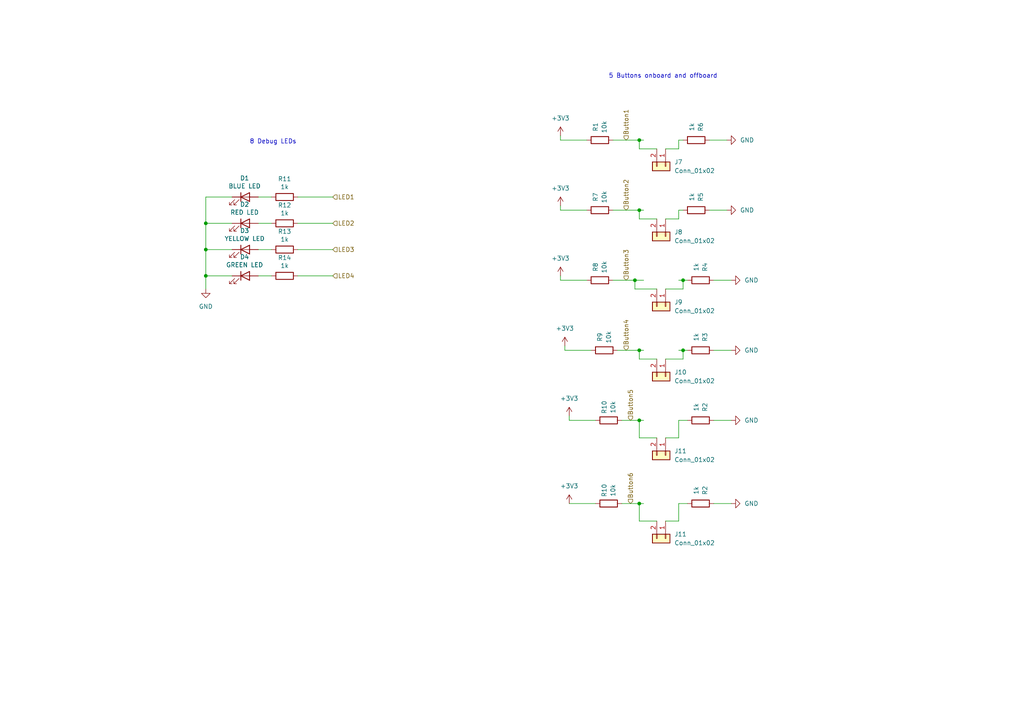
<source format=kicad_sch>
(kicad_sch (version 20230121) (generator eeschema)
  (paper "A4")
  (lib_symbols
    (symbol "Connector_Generic:Conn_01x02" (pin_names (offset 1.016) hide)
      (property "Reference" "J" (at 0 2.54 0))
      (property "Value" "Conn_01x02" (at 0 -5.08 0))
      (symbol "Conn_01x02_1_1"
        (rectangle (start -1.27 -2.413) (end 0 -2.667) (stroke (width 0.1524)))
        (rectangle (start -1.27 0.127) (end 0 -0.127) (stroke (width 0.1524)))
        (rectangle (start -1.27 1.27) (end 1.27 -3.81) (stroke (width 0.254)) (fill (type background)))
        (pin passive line (at -5.08 0 0) (length 3.81) (name "Pin_1") (number "1"))
        (pin passive line (at -5.08 -2.54 0) (length 3.81) (name "Pin_2") (number "2"))
      )
    )
    (symbol "LED_1" (pin_numbers hide) (pin_names (offset 1.016) hide)
      (property "Reference" "D" (at 0 2.54 0))
      (property "Value" "LED_1" (at 0 -2.54 0))
      (symbol "LED_1_0_1"
        (polyline (pts (xy -1.27 -1.27) (xy -1.27 1.27)) (stroke (width 0.254)))
        (polyline (pts (xy -1.27 0) (xy 1.27 0)))
        (polyline (pts (xy 1.27 -1.27) (xy 1.27 1.27) (xy -1.27 0) (xy 1.27 -1.27)) (stroke (width 0.254)))
        (polyline (pts (xy -3.048 -0.762) (xy -4.572 -2.286) (xy -3.81 -2.286) (xy -4.572 -2.286) (xy -4.572 -1.524)))
        (polyline (pts (xy -1.778 -0.762) (xy -3.302 -2.286) (xy -2.54 -2.286) (xy -3.302 -2.286) (xy -3.302 -1.524)))
      )
      (symbol "LED_1_1_1"
        (pin passive line (at -3.81 0 0) (length 2.54) (name "K") (number "1"))
        (pin passive line (at 3.81 0 180) (length 2.54) (name "A") (number "2"))
      )
    )
    (symbol "LED_2" (pin_numbers hide) (pin_names (offset 1.016) hide)
      (property "Reference" "D" (at 0 2.54 0))
      (property "Value" "LED_2" (at 0 -2.54 0))
      (symbol "LED_2_0_1"
        (polyline (pts (xy -1.27 -1.27) (xy -1.27 1.27)) (stroke (width 0.254)))
        (polyline (pts (xy -1.27 0) (xy 1.27 0)))
        (polyline (pts (xy 1.27 -1.27) (xy 1.27 1.27) (xy -1.27 0) (xy 1.27 -1.27)) (stroke (width 0.254)))
        (polyline (pts (xy -3.048 -0.762) (xy -4.572 -2.286) (xy -3.81 -2.286) (xy -4.572 -2.286) (xy -4.572 -1.524)))
        (polyline (pts (xy -1.778 -0.762) (xy -3.302 -2.286) (xy -2.54 -2.286) (xy -3.302 -2.286) (xy -3.302 -1.524)))
      )
      (symbol "LED_2_1_1"
        (pin passive line (at -3.81 0 0) (length 2.54) (name "K") (number "1"))
        (pin passive line (at 3.81 0 180) (length 2.54) (name "A") (number "2"))
      )
    )
    (symbol "LED_3" (pin_numbers hide) (pin_names (offset 1.016) hide)
      (property "Reference" "D" (at 0 2.54 0))
      (property "Value" "LED_3" (at 0 -2.54 0))
      (symbol "LED_3_0_1"
        (polyline (pts (xy -1.27 -1.27) (xy -1.27 1.27)) (stroke (width 0.254)))
        (polyline (pts (xy -1.27 0) (xy 1.27 0)))
        (polyline (pts (xy 1.27 -1.27) (xy 1.27 1.27) (xy -1.27 0) (xy 1.27 -1.27)) (stroke (width 0.254)))
        (polyline (pts (xy -3.048 -0.762) (xy -4.572 -2.286) (xy -3.81 -2.286) (xy -4.572 -2.286) (xy -4.572 -1.524)))
        (polyline (pts (xy -1.778 -0.762) (xy -3.302 -2.286) (xy -2.54 -2.286) (xy -3.302 -2.286) (xy -3.302 -1.524)))
      )
      (symbol "LED_3_1_1"
        (pin passive line (at -3.81 0 0) (length 2.54) (name "K") (number "1"))
        (pin passive line (at 3.81 0 180) (length 2.54) (name "A") (number "2"))
      )
    )
    (symbol "device:LED" (pin_numbers hide) (pin_names (offset 1.016) hide)
      (property "Reference" "D" (at 0 2.54 0))
      (property "Value" "LED" (at 0 -2.54 0))
      (symbol "LED_0_1"
        (polyline (pts (xy -1.27 -1.27) (xy -1.27 1.27)) (stroke (width 0.254)))
        (polyline (pts (xy -1.27 0) (xy 1.27 0)))
        (polyline (pts (xy 1.27 -1.27) (xy 1.27 1.27) (xy -1.27 0) (xy 1.27 -1.27)) (stroke (width 0.254)))
        (polyline (pts (xy -3.048 -0.762) (xy -4.572 -2.286) (xy -3.81 -2.286) (xy -4.572 -2.286) (xy -4.572 -1.524)))
        (polyline (pts (xy -1.778 -0.762) (xy -3.302 -2.286) (xy -2.54 -2.286) (xy -3.302 -2.286) (xy -3.302 -1.524)))
      )
      (symbol "LED_1_1"
        (pin passive line (at -3.81 0 0) (length 2.54) (name "K") (number "1"))
        (pin passive line (at 3.81 0 180) (length 2.54) (name "A") (number "2"))
      )
    )
    (symbol "device:R" (pin_numbers hide) (pin_names (offset 0))
      (property "Reference" "R" (at 2.032 0 90))
      (property "Value" "R" (at 0 0 90))
      (symbol "R_0_1"
        (rectangle (start -1.016 -2.54) (end 1.016 2.54) (stroke (width 0.254)))
      )
      (symbol "R_1_1"
        (pin passive line (at 0 3.81 270) (length 1.27) (name "~") (number "1"))
        (pin passive line (at 0 -3.81 90) (length 1.27) (name "~") (number "2"))
      )
    )
    (symbol "power:+3V3" (power) (pin_names (offset 0))
      (property "Value" "+3V3" (at 0 3.556 0))
      (symbol "+3V3_0_1"
        (polyline (pts (xy -0.762 1.27) (xy 0 2.54)))
        (polyline (pts (xy 0 0) (xy 0 2.54)))
        (polyline (pts (xy 0 2.54) (xy 0.762 1.27)))
      )
      (symbol "+3V3_1_1"
        (pin power_in line (at 0 0 90) (length 0) hide (name "+3V3") (number "1"))
      )
    )
    (symbol "power:GND" (power) (pin_names (offset 0))
      (property "Value" "GND" (at 0 -3.81 0))
      (symbol "GND_0_1"
        (polyline (pts (xy 0 0) (xy 0 -1.27) (xy 1.27 -1.27) (xy 0 -2.54) (xy -1.27 -1.27) (xy 0 -1.27)))
      )
      (symbol "GND_1_1"
        (pin power_in line (at 0 0 270) (length 0) hide (name "GND") (number "1"))
      )
    )
  )
  (junction (at 59.69 80.01))
  (junction (at 198.12 81.28))
  (junction (at 185.42 60.96))
  (junction (at 185.42 101.6))
  (junction (at 185.42 121.92))
  (junction (at 185.42 146.05))
  (junction (at 59.69 64.77))
  (junction (at 59.69 72.39))
  (junction (at 184.15 81.28))
  (junction (at 185.42 40.64))
  (junction (at 198.12 101.6))
  (wire (pts (xy 196.85 101.6) (xy 198.12 101.6)))
  (wire (pts (xy 198.12 104.14) (xy 198.12 101.6)))
  (wire (pts (xy 162.56 60.96) (xy 162.56 59.69)))
  (wire (pts (xy 193.04 83.82) (xy 198.12 83.82)))
  (wire (pts (xy 185.42 104.14) (xy 185.42 101.6)))
  (wire (pts (xy 198.12 83.82) (xy 198.12 81.28)))
  (wire (pts (xy 74.93 80.01) (xy 78.74 80.01)))
  (wire (pts (xy 67.31 64.77) (xy 59.69 64.77)))
  (wire (pts (xy 205.74 60.96) (xy 210.82 60.96)))
  (wire (pts (xy 196.85 40.64) (xy 198.12 40.64)))
  (wire (pts (xy 177.8 81.28) (xy 184.15 81.28)))
  (wire (pts (xy 180.34 121.92) (xy 185.42 121.92)))
  (wire (pts (xy 86.36 57.15) (xy 96.52 57.15)))
  (wire (pts (xy 177.8 60.96) (xy 185.42 60.96)))
  (wire (pts (xy 193.04 104.14) (xy 198.12 104.14)))
  (wire (pts (xy 190.5 104.14) (xy 185.42 104.14)))
  (wire (pts (xy 196.85 127) (xy 196.85 121.92)))
  (wire (pts (xy 179.07 101.6) (xy 185.42 101.6)))
  (wire (pts (xy 196.85 60.96) (xy 198.12 60.96)))
  (wire (pts (xy 185.42 43.18) (xy 190.5 43.18)))
  (wire (pts (xy 193.04 63.5) (xy 196.85 63.5)))
  (wire (pts (xy 190.5 127) (xy 185.42 127)))
  (wire (pts (xy 180.34 146.05) (xy 185.42 146.05)))
  (wire (pts (xy 165.1 146.05) (xy 172.72 146.05)))
  (wire (pts (xy 59.69 80.01) (xy 59.69 83.82)))
  (wire (pts (xy 185.42 60.96) (xy 185.42 63.5)))
  (wire (pts (xy 163.83 101.6) (xy 171.45 101.6)))
  (wire (pts (xy 184.15 83.82) (xy 190.5 83.82)))
  (wire (pts (xy 184.15 81.28) (xy 186.69 81.28)))
  (wire (pts (xy 163.83 101.6) (xy 163.83 100.33)))
  (wire (pts (xy 196.85 43.18) (xy 196.85 40.64)))
  (wire (pts (xy 74.93 72.39) (xy 78.74 72.39)))
  (wire (pts (xy 185.42 40.64) (xy 186.69 40.64)))
  (wire (pts (xy 67.31 57.15) (xy 59.69 57.15)))
  (wire (pts (xy 59.69 72.39) (xy 59.69 80.01)))
  (wire (pts (xy 165.1 121.92) (xy 172.72 121.92)))
  (wire (pts (xy 198.12 101.6) (xy 199.39 101.6)))
  (wire (pts (xy 59.69 64.77) (xy 59.69 72.39)))
  (wire (pts (xy 67.31 80.01) (xy 59.69 80.01)))
  (wire (pts (xy 162.56 81.28) (xy 170.18 81.28)))
  (wire (pts (xy 198.12 81.28) (xy 199.39 81.28)))
  (wire (pts (xy 184.15 81.28) (xy 184.15 83.82)))
  (wire (pts (xy 177.8 40.64) (xy 185.42 40.64)))
  (wire (pts (xy 59.69 57.15) (xy 59.69 64.77)))
  (wire (pts (xy 196.85 151.13) (xy 196.85 146.05)))
  (wire (pts (xy 67.31 72.39) (xy 59.69 72.39)))
  (wire (pts (xy 193.04 43.18) (xy 196.85 43.18)))
  (wire (pts (xy 193.04 151.13) (xy 196.85 151.13)))
  (wire (pts (xy 193.04 127) (xy 196.85 127)))
  (wire (pts (xy 190.5 151.13) (xy 185.42 151.13)))
  (wire (pts (xy 74.93 64.77) (xy 78.74 64.77)))
  (wire (pts (xy 185.42 60.96) (xy 186.69 60.96)))
  (wire (pts (xy 185.42 146.05) (xy 186.69 146.05)))
  (wire (pts (xy 185.42 101.6) (xy 186.69 101.6)))
  (wire (pts (xy 86.36 64.77) (xy 96.52 64.77)))
  (wire (pts (xy 207.01 121.92) (xy 212.09 121.92)))
  (wire (pts (xy 196.85 81.28) (xy 198.12 81.28)))
  (wire (pts (xy 86.36 80.01) (xy 96.52 80.01)))
  (wire (pts (xy 207.01 101.6) (xy 212.09 101.6)))
  (wire (pts (xy 185.42 151.13) (xy 185.42 146.05)))
  (wire (pts (xy 162.56 40.64) (xy 162.56 39.37)))
  (wire (pts (xy 207.01 146.05) (xy 212.09 146.05)))
  (wire (pts (xy 205.74 40.64) (xy 210.82 40.64)))
  (wire (pts (xy 207.01 81.28) (xy 212.09 81.28)))
  (wire (pts (xy 185.42 121.92) (xy 186.69 121.92)))
  (wire (pts (xy 162.56 40.64) (xy 170.18 40.64)))
  (wire (pts (xy 196.85 146.05) (xy 199.39 146.05)))
  (wire (pts (xy 185.42 63.5) (xy 190.5 63.5)))
  (wire (pts (xy 185.42 40.64) (xy 185.42 43.18)))
  (wire (pts (xy 162.56 81.28) (xy 162.56 80.01)))
  (wire (pts (xy 165.1 121.92) (xy 165.1 120.65)))
  (wire (pts (xy 196.85 63.5) (xy 196.85 60.96)))
  (wire (pts (xy 74.93 57.15) (xy 78.74 57.15)))
  (wire (pts (xy 185.42 127) (xy 185.42 121.92)))
  (wire (pts (xy 86.36 72.39) (xy 96.52 72.39)))
  (wire (pts (xy 196.85 121.92) (xy 199.39 121.92)))
  (wire (pts (xy 162.56 60.96) (xy 170.18 60.96)))
  (text "8 Debug LEDs" (at 72.39 41.91 0) (effects (font (size 1.27 1.27)) (justify left bottom)))
  (text "5 Buttons onboard and offboard" (at 176.53 22.86 0) (effects (font (size 1.27 1.27)) (justify left bottom)))
  (hierarchical_label "Button1" (shape input) (at 181.61 40.64 90))
  (hierarchical_label "LED1" (shape input) (at 96.52 57.15 0))
  (hierarchical_label "Button2" (shape input) (at 181.61 60.96 90))
  (hierarchical_label "LED3" (shape input) (at 96.52 72.39 0))
  (hierarchical_label "LED2" (shape input) (at 96.52 64.77 0))
  (hierarchical_label "Button5" (shape input) (at 182.88 121.92 90))
  (hierarchical_label "Button4" (shape input) (at 181.61 101.6 90))
  (hierarchical_label "LED4" (shape input) (at 96.52 80.01 0))
  (hierarchical_label "Button3" (shape input) (at 181.61 81.28 90))
  (hierarchical_label "Button6" (shape input) (at 182.88 146.05 90))
  (symbol (lib_name "LED_3") (lib_id "device:LED") (at 71.12 57.15 0) (unit 1)
    (property "Reference" "D1" (at 70.9422 51.6636 0))
    (property "Value" "BLUE LED" (at 70.9422 53.975 0))
    (property "Footprint" "LED_SMD:LED_0603_1608Metric_Pad1.05x0.95mm_HandSolder" (effects hide))
    (property "MPN" "LED BLUE CLEAR 0603 SMD" (effects hide))
  )
  (symbol (lib_id "device:R") (at 203.2 101.6 270) (unit 1)
    (property "Reference" "R3" (at 204.47 97.79 0))
    (property "Value" "1k" (at 201.93 97.79 0))
    (property "Footprint" "Resistor_SMD:R_0603_1608Metric_Pad0.98x0.95mm_HandSolder" (effects hide))
    (property "Note" "0.1W 5% 0603  " (effects hide))
    (property "MPN" "RES SMD 1K OHM 5% 1/10W 0603" (effects hide))
    (instances (project "WaterBlaster" (path "" (reference "R3") (unit 1))) (project "CANalyzer_v4.0" (path "" (reference "R2") (unit 1))) (project "WaterBlasterV2" (path "" (reference "R26") (unit 1))))
  )
  (symbol (lib_id "device:R") (at 203.2 146.05 270) (unit 1)
    (property "Reference" "R2" (at 204.47 142.24 0))
    (property "Value" "1k" (at 201.93 142.24 0))
    (property "Footprint" "Resistor_SMD:R_0603_1608Metric_Pad0.98x0.95mm_HandSolder" (effects hide))
    (property "Note" "0.1W 5% 0603  " (effects hide))
    (property "MPN" "RES SMD 1K OHM 5% 1/10W 0603" (effects hide))
    (instances (project "WaterBlaster" (path "" (reference "R2") (unit 1))) (project "CANalyzer_v4.0" (path "" (reference "R2") (unit 1))) (project "WaterBlasterV2" (path "" (reference "R15") (unit 1))))
  )
  (symbol (lib_id "power:+3V3") (at 162.56 80.01 0) (unit 1)
    (property "Reference" "#PWR030" (effects hide))
    (property "Value" "+3V3" (at 162.56 74.93 0))
    (instances (project "WaterBlaster" (path "" (reference "#PWR030") (unit 1))) (project "CANalyzer_v4.0" (path "" (reference "#PWR03") (unit 1))) (project "WaterBlasterV2" (path "" (reference "#PWR029") (unit 1))))
  )
  (symbol (lib_id "device:R") (at 82.55 57.15 270) (unit 1)
    (property "Reference" "R11" (at 82.55 51.8922 90))
    (property "Value" "1k" (at 82.55 54.2036 90))
    (property "Footprint" "Resistor_SMD:R_0603_1608Metric_Pad0.98x0.95mm_HandSolder" (effects hide))
    (property "MPN" "RES SMD 1K OHM 5% 1/10W 0603" (effects hide))
    (instances (project "WaterBlaster" (path "" (reference "R11") (unit 1))) (project "CANalyzer_v4.0" (path "" (reference "R7") (unit 1))) (project "WaterBlasterV2" (path "" (reference "R10") (unit 1))))
  )
  (symbol (lib_id "power:GND") (at 59.69 83.82 0) (unit 1)
    (property "Reference" "#PWR034" (effects hide))
    (property "Value" "GND" (at 59.69 88.9 0))
    (instances (project "WaterBlaster" (path "" (reference "#PWR034") (unit 1))) (project "CANalyzer_v4.0" (path "" (reference "#PWR017") (unit 1))) (project "WaterBlasterV2" (path "" (reference "#PWR026") (unit 1))))
  )
  (symbol (lib_id "device:R") (at 201.93 40.64 270) (unit 1)
    (property "Reference" "R6" (at 203.2 36.83 0))
    (property "Value" "1k" (at 200.66 36.83 0))
    (property "Footprint" "Resistor_SMD:R_0603_1608Metric_Pad0.98x0.95mm_HandSolder" (effects hide))
    (property "Note" "0.1W 5% 0603  " (effects hide))
    (property "MPN" "RES SMD 1K OHM 5% 1/10W 0603" (effects hide))
    (instances (project "WaterBlaster" (path "" (reference "R6") (unit 1))) (project "CANalyzer_v4.0" (path "" (reference "R2") (unit 1))) (project "WaterBlasterV2" (path "" (reference "R23") (unit 1))))
  )
  (symbol (lib_id "device:LED") (at 71.12 72.39 0) (unit 1)
    (property "Reference" "D3" (at 70.9422 66.9036 0))
    (property "Value" "YELLOW LED" (at 70.9422 69.215 0))
    (property "Footprint" "LED_SMD:LED_0603_1608Metric_Pad1.05x0.95mm_HandSolder" (effects hide))
    (property "MPN" "LED YELLOW CLEAR 0603 SMD" (effects hide))
  )
  (symbol (lib_id "device:R") (at 176.53 121.92 270) (unit 1)
    (property "Reference" "R10" (at 175.26 118.11 0))
    (property "Value" "10k" (at 177.8 118.11 0))
    (property "Footprint" "Resistor_SMD:R_0603_1608Metric_Pad0.98x0.95mm_HandSolder" (effects hide))
    (property "Note" "0.1W 5% 0603  " (effects hide))
    (property "MPN" "RES SMD 10K OHM 5% 1/10W 0603" (effects hide))
    (instances (project "WaterBlaster" (path "" (reference "R10") (unit 1))) (project "CANalyzer_v4.0" (path "" (reference "R1") (unit 1))) (project "WaterBlasterV2" (path "" (reference "R22") (unit 1))))
  )
  (symbol (lib_id "Connector_Generic:Conn_01x02") (at 193.04 156.21 270) (unit 1)
    (property "Reference" "J11" (at 195.58 154.94 90) (effects (justify left)))
    (property "Value" "Conn_01x02" (at 195.58 157.48 90) (effects (justify left)))
    (property "Footprint" "WaterBlaster:MOLEX_436500227" (effects hide))
    (instances (project "WaterBlaster" (path "" (reference "J11") (unit 1))) (project "WaterBlasterV2" (path "" (reference "J8") (unit 1))))
  )
  (symbol (lib_id "device:R") (at 82.55 72.39 270) (unit 1)
    (property "Reference" "R13" (at 82.55 67.1322 90))
    (property "Value" "1k" (at 82.55 69.4436 90))
    (property "Footprint" "Resistor_SMD:R_0603_1608Metric_Pad0.98x0.95mm_HandSolder" (effects hide))
    (property "MPN" "RES SMD 1K OHM 5% 1/10W 0603" (effects hide))
    (instances (project "WaterBlaster" (path "" (reference "R13") (unit 1))) (project "CANalyzer_v4.0" (path "" (reference "R9") (unit 1))) (project "WaterBlasterV2" (path "" (reference "R12") (unit 1))))
  )
  (symbol (lib_name "LED_1") (lib_id "device:LED") (at 71.12 80.01 0) (unit 1)
    (property "Reference" "D4" (at 70.9422 74.5236 0))
    (property "Value" "GREEN LED" (at 70.9422 76.835 0))
    (property "Footprint" "LED_SMD:LED_0603_1608Metric_Pad1.05x0.95mm_HandSolder" (effects hide))
    (property "MPN" "LED GREEN CLEAR 0603 SMD" (effects hide))
  )
  (symbol (lib_id "Connector_Generic:Conn_01x02") (at 193.04 132.08 270) (unit 1)
    (property "Reference" "J11" (at 195.58 130.81 90) (effects (justify left)))
    (property "Value" "Conn_01x02" (at 195.58 133.35 90) (effects (justify left)))
    (property "Footprint" "Connector_Molex:Molex_Micro-Fit_3.0_43650-0200_1x02_P3.00mm_Horizontal" (effects hide))
    (instances (project "WaterBlaster" (path "" (reference "J11") (unit 1))) (project "WaterBlasterV2" (path "" (reference "J7") (unit 1))))
  )
  (symbol (lib_id "device:R") (at 203.2 121.92 270) (unit 1)
    (property "Reference" "R2" (at 204.47 118.11 0))
    (property "Value" "1k" (at 201.93 118.11 0))
    (property "Footprint" "Resistor_SMD:R_0603_1608Metric_Pad0.98x0.95mm_HandSolder" (effects hide))
    (property "Note" "0.1W 5% 0603  " (effects hide))
    (property "MPN" "RES SMD 1K OHM 5% 1/10W 0603" (effects hide))
    (instances (project "WaterBlaster" (path "" (reference "R2") (unit 1))) (project "CANalyzer_v4.0" (path "" (reference "R2") (unit 1))) (project "WaterBlasterV2" (path "" (reference "R27") (unit 1))))
  )
  (symbol (lib_id "power:+3V3") (at 165.1 120.65 0) (unit 1)
    (property "Reference" "#PWR032" (effects hide))
    (property "Value" "+3V3" (at 165.1 115.57 0))
    (instances (project "WaterBlaster" (path "" (reference "#PWR032") (unit 1))) (project "CANalyzer_v4.0" (path "" (reference "#PWR03") (unit 1))) (project "WaterBlasterV2" (path "" (reference "#PWR031") (unit 1))))
  )
  (symbol (lib_id "power:GND") (at 212.09 146.05 90) (unit 1)
    (property "Reference" "#PWR028" (effects hide))
    (property "Value" "GND" (at 215.9 146.05 90) (effects (justify right)))
    (instances (project "WaterBlaster" (path "" (reference "#PWR028") (unit 1))) (project "WaterBlasterV2" (path "" (reference "#PWR037") (unit 1))))
  )
  (symbol (lib_id "power:+3V3") (at 163.83 100.33 0) (unit 1)
    (property "Reference" "#PWR031" (effects hide))
    (property "Value" "+3V3" (at 163.83 95.25 0))
    (instances (project "WaterBlaster" (path "" (reference "#PWR031") (unit 1))) (project "CANalyzer_v4.0" (path "" (reference "#PWR03") (unit 1))) (project "WaterBlasterV2" (path "" (reference "#PWR030") (unit 1))))
  )
  (symbol (lib_id "device:R") (at 173.99 60.96 270) (unit 1)
    (property "Reference" "R7" (at 172.72 57.15 0))
    (property "Value" "10k" (at 175.26 57.15 0))
    (property "Footprint" "Resistor_SMD:R_0603_1608Metric_Pad0.98x0.95mm_HandSolder" (effects hide))
    (property "Note" "0.1W 5% 0603  " (effects hide))
    (property "MPN" "RES SMD 10K OHM 5% 1/10W 0603" (effects hide))
    (instances (project "WaterBlaster" (path "" (reference "R7") (unit 1))) (project "CANalyzer_v4.0" (path "" (reference "R1") (unit 1))) (project "WaterBlasterV2" (path "" (reference "R19") (unit 1))))
  )
  (symbol (lib_name "LED_2") (lib_id "device:LED") (at 71.12 64.77 0) (unit 1)
    (property "Reference" "D2" (at 70.9422 59.2836 0))
    (property "Value" "RED LED" (at 70.9422 61.595 0))
    (property "Footprint" "LED_SMD:LED_0603_1608Metric_Pad1.05x0.95mm_HandSolder" (effects hide))
    (property "MPN" "LED RED CLEAR 0603 SMD" (effects hide))
  )
  (symbol (lib_id "Connector_Generic:Conn_01x02") (at 193.04 48.26 270) (unit 1)
    (property "Reference" "J7" (at 195.58 46.99 90) (effects (justify left)))
    (property "Value" "Conn_01x02" (at 195.58 49.53 90) (effects (justify left)))
    (property "Footprint" "WaterBlaster:MOLEX_436500227" (effects hide))
    (instances (project "WaterBlaster" (path "" (reference "J7") (unit 1))) (project "WaterBlasterV2" (path "" (reference "J3") (unit 1))))
  )
  (symbol (lib_id "power:GND") (at 212.09 121.92 90) (unit 1)
    (property "Reference" "#PWR028" (effects hide))
    (property "Value" "GND" (at 215.9 121.92 90) (effects (justify right)))
    (instances (project "WaterBlaster" (path "" (reference "#PWR028") (unit 1))) (project "WaterBlasterV2" (path "" (reference "#PWR036") (unit 1))))
  )
  (symbol (lib_id "power:+3V3") (at 162.56 59.69 0) (unit 1)
    (property "Reference" "#PWR029" (effects hide))
    (property "Value" "+3V3" (at 162.56 54.61 0))
    (instances (project "WaterBlaster" (path "" (reference "#PWR029") (unit 1))) (project "CANalyzer_v4.0" (path "" (reference "#PWR03") (unit 1))) (project "WaterBlasterV2" (path "" (reference "#PWR028") (unit 1))))
  )
  (symbol (lib_id "device:R") (at 201.93 60.96 270) (unit 1)
    (property "Reference" "R5" (at 203.2 57.15 0))
    (property "Value" "1k" (at 200.66 57.15 0))
    (property "Footprint" "Resistor_SMD:R_0603_1608Metric_Pad0.98x0.95mm_HandSolder" (effects hide))
    (property "Note" "0.1W 5% 0603  " (effects hide))
    (property "MPN" "RES SMD 1K OHM 5% 1/10W 0603" (effects hide))
    (instances (project "WaterBlaster" (path "" (reference "R5") (unit 1))) (project "CANalyzer_v4.0" (path "" (reference "R2") (unit 1))) (project "WaterBlasterV2" (path "" (reference "R24") (unit 1))))
  )
  (symbol (lib_id "Connector_Generic:Conn_01x02") (at 193.04 88.9 270) (unit 1)
    (property "Reference" "J9" (at 195.58 87.63 90) (effects (justify left)))
    (property "Value" "Conn_01x02" (at 195.58 90.17 90) (effects (justify left)))
    (property "Footprint" "WaterBlaster:MOLEX_436500227" (effects hide))
    (instances (project "WaterBlaster" (path "" (reference "J9") (unit 1))) (project "WaterBlasterV2" (path "" (reference "J5") (unit 1))))
  )
  (symbol (lib_id "device:R") (at 176.53 146.05 270) (unit 1)
    (property "Reference" "R10" (at 175.26 142.24 0))
    (property "Value" "10k" (at 177.8 142.24 0))
    (property "Footprint" "Resistor_SMD:R_0603_1608Metric_Pad0.98x0.95mm_HandSolder" (effects hide))
    (property "Note" "0.1W 5% 0603  " (effects hide))
    (property "MPN" "RES SMD 10K OHM 5% 1/10W 0603" (effects hide))
    (instances (project "WaterBlaster" (path "" (reference "R10") (unit 1))) (project "CANalyzer_v4.0" (path "" (reference "R1") (unit 1))) (project "WaterBlasterV2" (path "" (reference "R14") (unit 1))))
  )
  (symbol (lib_id "power:GND") (at 212.09 101.6 90) (unit 1)
    (property "Reference" "#PWR035" (effects hide))
    (property "Value" "GND" (at 215.9 101.6 90) (effects (justify right)))
  )
  (symbol (lib_id "device:R") (at 173.99 81.28 270) (unit 1)
    (property "Reference" "R8" (at 172.72 77.47 0))
    (property "Value" "10k" (at 175.26 77.47 0))
    (property "Footprint" "Resistor_SMD:R_0603_1608Metric_Pad0.98x0.95mm_HandSolder" (effects hide))
    (property "Note" "0.1W 5% 0603  " (effects hide))
    (property "MPN" "RES SMD 10K OHM 5% 1/10W 0603" (effects hide))
    (instances (project "WaterBlaster" (path "" (reference "R8") (unit 1))) (project "CANalyzer_v4.0" (path "" (reference "R1") (unit 1))) (project "WaterBlasterV2" (path "" (reference "R20") (unit 1))))
  )
  (symbol (lib_id "device:R") (at 173.99 40.64 270) (unit 1)
    (property "Reference" "R1" (at 172.72 36.83 0))
    (property "Value" "10k" (at 175.26 36.83 0))
    (property "Footprint" "Resistor_SMD:R_0603_1608Metric_Pad0.98x0.95mm_HandSolder" (effects hide))
    (property "Note" "0.1W 5% 0603  " (effects hide))
    (property "MPN" "RES SMD 10K OHM 5% 1/10W 0603" (effects hide))
    (instances (project "WaterBlaster" (path "" (reference "R1") (unit 1))) (project "CANalyzer_v4.0" (path "" (reference "R1") (unit 1))) (project "WaterBlasterV2" (path "" (reference "R18") (unit 1))))
  )
  (symbol (lib_id "device:R") (at 82.55 64.77 270) (unit 1)
    (property "Reference" "R12" (at 82.55 59.5122 90))
    (property "Value" "1k" (at 82.55 61.8236 90))
    (property "Footprint" "Resistor_SMD:R_0603_1608Metric_Pad0.98x0.95mm_HandSolder" (effects hide))
    (property "MPN" "RES SMD 1K OHM 5% 1/10W 0603" (effects hide))
    (instances (project "WaterBlaster" (path "" (reference "R12") (unit 1))) (project "CANalyzer_v4.0" (path "" (reference "R8") (unit 1))) (project "WaterBlasterV2" (path "" (reference "R11") (unit 1))))
  )
  (symbol (lib_id "power:GND") (at 212.09 81.28 90) (unit 1)
    (property "Reference" "#PWR036" (effects hide))
    (property "Value" "GND" (at 215.9 81.28 90) (effects (justify right)))
    (instances (project "WaterBlaster" (path "" (reference "#PWR036") (unit 1))) (project "WaterBlasterV2" (path "" (reference "#PWR034") (unit 1))))
  )
  (symbol (lib_id "Connector_Generic:Conn_01x02") (at 193.04 109.22 270) (unit 1)
    (property "Reference" "J10" (at 195.58 107.95 90) (effects (justify left)))
    (property "Value" "Conn_01x02" (at 195.58 110.49 90) (effects (justify left)))
    (property "Footprint" "Connector_Molex:Molex_Micro-Fit_3.0_43650-0200_1x02_P3.00mm_Horizontal" (effects hide))
    (instances (project "WaterBlaster" (path "" (reference "J10") (unit 1))) (project "WaterBlasterV2" (path "" (reference "J6") (unit 1))))
  )
  (symbol (lib_id "power:GND") (at 210.82 60.96 90) (unit 1)
    (property "Reference" "#PWR037" (effects hide))
    (property "Value" "GND" (at 214.63 60.96 90) (effects (justify right)))
    (instances (project "WaterBlaster" (path "" (reference "#PWR037") (unit 1))) (project "WaterBlasterV2" (path "" (reference "#PWR033") (unit 1))))
  )
  (symbol (lib_id "power:GND") (at 210.82 40.64 90) (unit 1)
    (property "Reference" "#PWR038" (effects hide))
    (property "Value" "GND" (at 214.63 40.64 90) (effects (justify right)))
    (instances (project "WaterBlaster" (path "" (reference "#PWR038") (unit 1))) (project "WaterBlasterV2" (path "" (reference "#PWR032") (unit 1))))
  )
  (symbol (lib_id "power:+3V3") (at 165.1 146.05 0) (unit 1)
    (property "Reference" "#PWR032" (effects hide))
    (property "Value" "+3V3" (at 165.1 140.97 0))
    (instances (project "WaterBlaster" (path "" (reference "#PWR032") (unit 1))) (project "CANalyzer_v4.0" (path "" (reference "#PWR03") (unit 1))) (project "WaterBlasterV2" (path "" (reference "#PWR038") (unit 1))))
  )
  (symbol (lib_id "device:R") (at 82.55 80.01 270) (unit 1)
    (property "Reference" "R14" (at 82.55 74.7522 90))
    (property "Value" "1k" (at 82.55 77.0636 90))
    (property "Footprint" "Resistor_SMD:R_0603_1608Metric_Pad0.98x0.95mm_HandSolder" (effects hide))
    (property "MPN" "RES SMD 1K OHM 5% 1/10W 0603" (effects hide))
    (instances (project "WaterBlaster" (path "" (reference "R14") (unit 1))) (project "CANalyzer_v4.0" (path "" (reference "R10") (unit 1))) (project "WaterBlasterV2" (path "" (reference "R13") (unit 1))))
  )
  (symbol (lib_id "power:+3V3") (at 162.56 39.37 0) (unit 1)
    (property "Reference" "#PWR023" (effects hide))
    (property "Value" "+3V3" (at 162.56 34.29 0))
    (instances (project "WaterBlaster" (path "" (reference "#PWR023") (unit 1))) (project "CANalyzer_v4.0" (path "" (reference "#PWR03") (unit 1))) (project "WaterBlasterV2" (path "" (reference "#PWR027") (unit 1))))
  )
  (symbol (lib_id "device:R") (at 203.2 81.28 270) (unit 1)
    (property "Reference" "R4" (at 204.47 77.47 0))
    (property "Value" "1k" (at 201.93 77.47 0))
    (property "Footprint" "Resistor_SMD:R_0603_1608Metric_Pad0.98x0.95mm_HandSolder" (effects hide))
    (property "Note" "0.1W 5% 0603  " (effects hide))
    (property "MPN" "RES SMD 1K OHM 5% 1/10W 0603" (effects hide))
    (instances (project "WaterBlaster" (path "" (reference "R4") (unit 1))) (project "CANalyzer_v4.0" (path "" (reference "R2") (unit 1))) (project "WaterBlasterV2" (path "" (reference "R25") (unit 1))))
  )
  (symbol (lib_id "Connector_Generic:Conn_01x02") (at 193.04 68.58 270) (unit 1)
    (property "Reference" "J8" (at 195.58 67.31 90) (effects (justify left)))
    (property "Value" "Conn_01x02" (at 195.58 69.85 90) (effects (justify left)))
    (property "Footprint" "WaterBlaster:MOLEX_436500227" (effects hide))
    (instances (project "WaterBlaster" (path "" (reference "J8") (unit 1))) (project "WaterBlasterV2" (path "" (reference "J4") (unit 1))))
  )
  (symbol (lib_id "device:R") (at 175.26 101.6 270) (unit 1)
    (property "Reference" "R9" (at 173.99 97.79 0))
    (property "Value" "10k" (at 176.53 97.79 0))
    (property "Footprint" "Resistor_SMD:R_0603_1608Metric_Pad0.98x0.95mm_HandSolder" (effects hide))
    (property "Note" "0.1W 5% 0603  " (effects hide))
    (property "MPN" "RES SMD 10K OHM 5% 1/10W 0603" (effects hide))
    (instances (project "WaterBlaster" (path "" (reference "R9") (unit 1))) (project "CANalyzer_v4.0" (path "" (reference "R1") (unit 1))) (project "WaterBlasterV2" (path "" (reference "R21") (unit 1))))
  )
)
</source>
